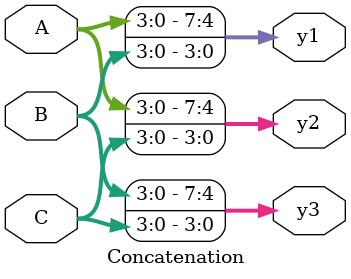
<source format=v>
module Concatenation(
  input [3:0] A,
  input [3:0] B,
  input [3:0] C,
  output reg [7:0] y1, y2, y3
);
  
  assign y1 = {A, B};
  
  assign y2 = {A, C};
  
  assign y3 = {A, B, C};
  
endmodule

</source>
